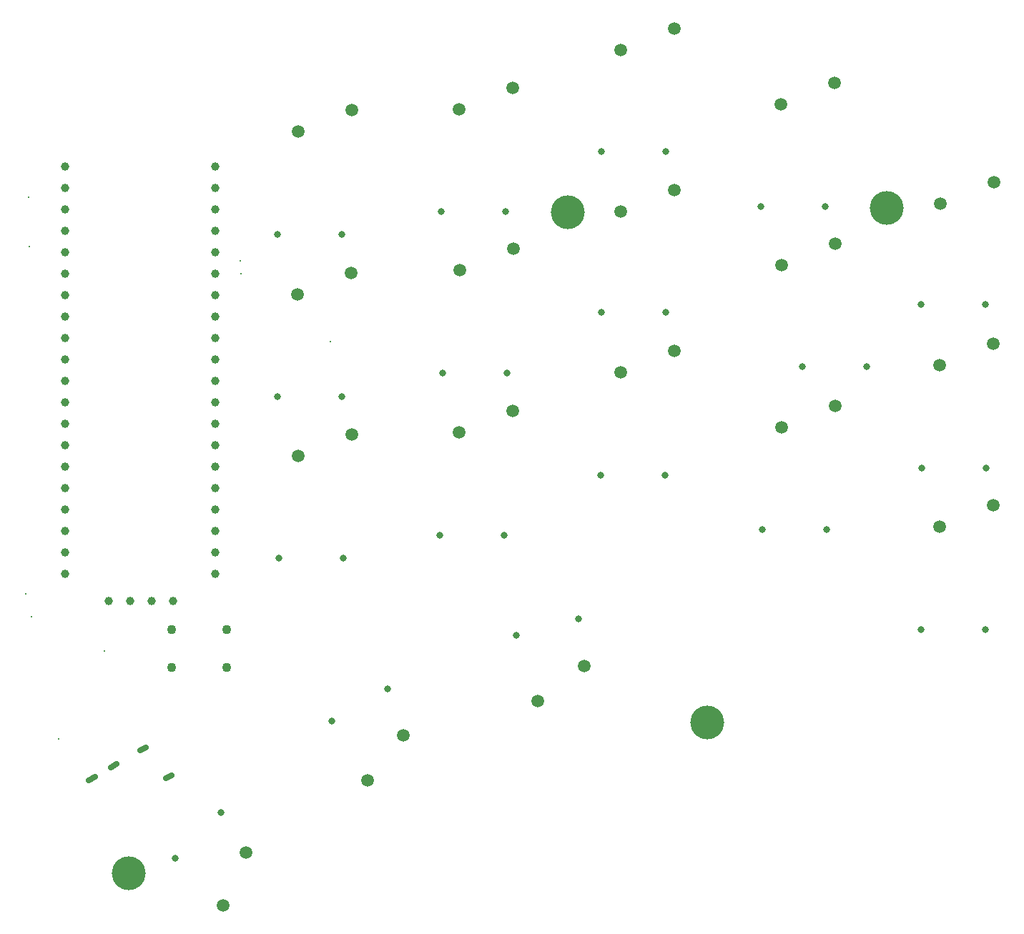
<source format=gbr>
%TF.GenerationSoftware,KiCad,Pcbnew,9.0.2-9.0.2-0~ubuntu24.04.1*%
%TF.CreationDate,2025-07-03T20:15:36-04:00*%
%TF.ProjectId,custom_Hackboard,63757374-6f6d-45f4-9861-636b626f6172,rev?*%
%TF.SameCoordinates,Original*%
%TF.FileFunction,Plated,1,2,PTH,Mixed*%
%TF.FilePolarity,Positive*%
%FSLAX46Y46*%
G04 Gerber Fmt 4.6, Leading zero omitted, Abs format (unit mm)*
G04 Created by KiCad (PCBNEW 9.0.2-9.0.2-0~ubuntu24.04.1) date 2025-07-03 20:15:36*
%MOMM*%
%LPD*%
G01*
G04 APERTURE LIST*
%TA.AperFunction,ViaDrill*%
%ADD10C,0.300000*%
%TD*%
G04 aperture for slot hole*
%TA.AperFunction,ComponentDrill*%
%ADD11C,0.700000*%
%TD*%
%TA.AperFunction,ComponentDrill*%
%ADD12C,0.800000*%
%TD*%
%TA.AperFunction,ComponentDrill*%
%ADD13C,1.000000*%
%TD*%
%TA.AperFunction,ComponentDrill*%
%ADD14C,1.100000*%
%TD*%
%TA.AperFunction,ComponentDrill*%
%ADD15C,1.500000*%
%TD*%
%TA.AperFunction,ComponentDrill*%
%ADD16C,4.000000*%
%TD*%
G04 APERTURE END LIST*
D10*
X440507200Y-312078500D03*
X440887200Y-265042400D03*
X440959700Y-270893300D03*
X441225100Y-314742700D03*
X444412600Y-329217800D03*
X449822900Y-318840000D03*
X465903700Y-272584500D03*
X466015700Y-274148600D03*
X476567500Y-282206400D03*
D11*
%TO.C,U3*%
X448699941Y-333739700D02*
X448007121Y-334139700D01*
X451298017Y-332239700D02*
X450605197Y-332639700D01*
X454762119Y-330239700D02*
X454069299Y-330639700D01*
X457828144Y-333550212D02*
X457135324Y-333950212D01*
D12*
%TO.C,D6*%
X458241846Y-343378154D03*
X463630000Y-337990000D03*
%TO.C,D1*%
X470290000Y-269460000D03*
%TO.C,D12*%
X470320000Y-288670000D03*
%TO.C,D13*%
X470470000Y-307860000D03*
%TO.C,D7*%
X476749986Y-327140000D03*
%TO.C,D1*%
X477910000Y-269460000D03*
%TO.C,D12*%
X477940000Y-288670000D03*
%TO.C,D13*%
X478090000Y-307860000D03*
%TO.C,D7*%
X483349100Y-323330000D03*
%TO.C,D14*%
X489520000Y-305150000D03*
%TO.C,D2*%
X489700000Y-266760000D03*
%TO.C,D11*%
X489890000Y-285890000D03*
%TO.C,D14*%
X497140000Y-305150000D03*
%TO.C,D2*%
X497320000Y-266760000D03*
%TO.C,D11*%
X497510000Y-285890000D03*
%TO.C,D18*%
X498609845Y-316966101D03*
X505970200Y-314993900D03*
%TO.C,D15*%
X508620000Y-297990000D03*
%TO.C,D10*%
X508670000Y-278730000D03*
%TO.C,D3*%
X508690000Y-259660000D03*
%TO.C,D15*%
X516240000Y-297990000D03*
%TO.C,D10*%
X516290000Y-278730000D03*
%TO.C,D3*%
X516310000Y-259660000D03*
%TO.C,D4*%
X527540000Y-266150000D03*
%TO.C,D16*%
X527750000Y-304440000D03*
%TO.C,D9*%
X532440000Y-285120000D03*
%TO.C,D4*%
X535160000Y-266150000D03*
%TO.C,D16*%
X535370000Y-304440000D03*
%TO.C,D9*%
X540060000Y-285120000D03*
%TO.C,D17*%
X546490000Y-316300000D03*
%TO.C,D5*%
X546500000Y-277790000D03*
%TO.C,D8*%
X546590000Y-297210000D03*
%TO.C,D17*%
X554110000Y-316300000D03*
%TO.C,D5*%
X554120000Y-277790000D03*
%TO.C,D8*%
X554210000Y-297210000D03*
D13*
%TO.C,A1*%
X445200000Y-261410000D03*
X445200000Y-263950000D03*
X445200000Y-266490000D03*
X445200000Y-269030000D03*
X445200000Y-271570000D03*
X445200000Y-274110000D03*
X445200000Y-276650000D03*
X445200000Y-279190000D03*
X445200000Y-281730000D03*
X445200000Y-284270000D03*
X445200000Y-286810000D03*
X445200000Y-289350000D03*
X445200000Y-291890000D03*
X445200000Y-294430000D03*
X445200000Y-296970000D03*
X445200000Y-299510000D03*
X445200000Y-302050000D03*
X445200000Y-304590000D03*
X445200000Y-307130000D03*
X445200000Y-309670000D03*
%TO.C,J1*%
X450300000Y-312960000D03*
X452840000Y-312960000D03*
X455380000Y-312960000D03*
X457920000Y-312960000D03*
%TO.C,A1*%
X462980000Y-261410000D03*
X462980000Y-263950000D03*
X462980000Y-266490000D03*
X462980000Y-269030000D03*
X462980000Y-271570000D03*
X462980000Y-274110000D03*
X462980000Y-276650000D03*
X462980000Y-279190000D03*
X462980000Y-281730000D03*
X462980000Y-284270000D03*
X462980000Y-286810000D03*
X462980000Y-289350000D03*
X462980000Y-291890000D03*
X462980000Y-294430000D03*
X462980000Y-296970000D03*
X462980000Y-299510000D03*
X462980000Y-302050000D03*
X462980000Y-304590000D03*
X462980000Y-307130000D03*
X462980000Y-309670000D03*
D14*
%TO.C,Reset*%
X457820000Y-316320000D03*
X457820000Y-320820000D03*
X464320000Y-316320000D03*
X464320000Y-320820000D03*
D15*
%TO.C,SW6*%
X463879923Y-348988079D03*
X466574000Y-342701900D03*
%TO.C,SW7*%
X472690000Y-276560000D03*
%TO.C,SW1*%
X472740000Y-257260000D03*
%TO.C,SW13*%
X472770000Y-295760000D03*
%TO.C,SW7*%
X479040000Y-274020000D03*
%TO.C,SW1*%
X479090000Y-254720000D03*
%TO.C,SW13*%
X479120000Y-293220000D03*
%TO.C,SW12*%
X481010439Y-334205305D03*
X485239700Y-328830600D03*
%TO.C,SW14*%
X491820000Y-292960000D03*
%TO.C,SW2*%
X491830000Y-254650000D03*
%TO.C,SW8*%
X491900000Y-273750000D03*
%TO.C,SW14*%
X498170000Y-290420000D03*
%TO.C,SW2*%
X498180000Y-252110000D03*
%TO.C,SW8*%
X498250000Y-271210000D03*
%TO.C,SW18*%
X501172471Y-324732653D03*
X506648700Y-320635700D03*
%TO.C,SW3*%
X510930000Y-247650000D03*
%TO.C,SW9*%
X510950000Y-266740000D03*
%TO.C,SW15*%
X510960000Y-285790000D03*
%TO.C,SW3*%
X517280000Y-245110000D03*
%TO.C,SW9*%
X517300000Y-264200000D03*
%TO.C,SW15*%
X517310000Y-283250000D03*
%TO.C,SW4*%
X529950000Y-254040000D03*
%TO.C,SW16*%
X529980000Y-292350000D03*
%TO.C,SW10*%
X529990000Y-273100000D03*
%TO.C,SW4*%
X536300000Y-251500000D03*
%TO.C,SW16*%
X536330000Y-289810000D03*
%TO.C,SW10*%
X536340000Y-270560000D03*
%TO.C,SW11*%
X548760000Y-284980000D03*
%TO.C,SW17*%
X548760000Y-304090000D03*
%TO.C,SW5*%
X548770000Y-265840000D03*
%TO.C,SW11*%
X555110000Y-282440000D03*
%TO.C,SW17*%
X555110000Y-301550000D03*
%TO.C,SW5*%
X555120000Y-263300000D03*
D16*
%TO.C,*%
X452740000Y-345170000D03*
X504680000Y-266860000D03*
X521190000Y-327330000D03*
X542470000Y-266310000D03*
M02*

</source>
